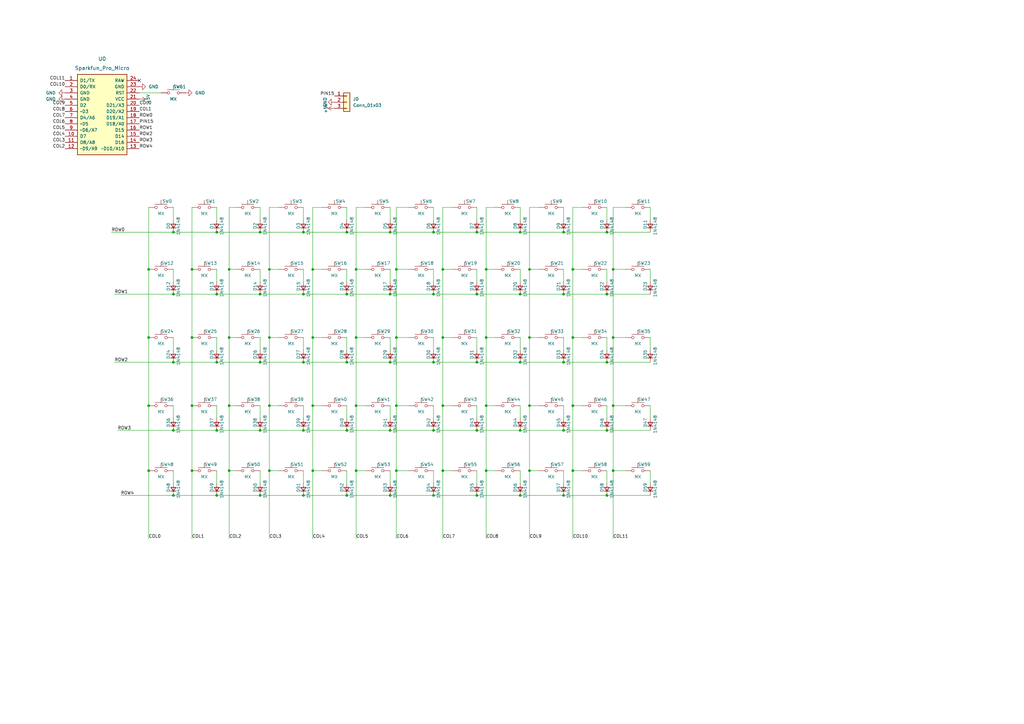
<source format=kicad_sch>
(kicad_sch (version 20230121) (generator eeschema)
  (paper "A3")
  (lib_symbols
    (symbol "Arduino:Sparkfun_Pro_Micro" (pin_names (offset 1.016))
      (property "Reference" "U" (at -8.89 21.59 0))
      (property "Value" "Sparkfun_Pro_Micro" (at 0 19.05 0))
      (symbol "Sparkfun_Pro_Micro_1_1"
        (pin bidirectional line (at -15.24 15.24 0) (length 5.08) (name "D1/TX") (number "1"))
        (pin bidirectional line (at -15.24 -7.62 0) (length 5.08) (name "D7") (number "10"))
        (pin bidirectional line (at -15.24 -10.16 0) (length 5.08) (name "D8/A8") (number "11"))
        (pin bidirectional line (at -15.24 -12.7 0) (length 5.08) (name "~D9/A9") (number "12"))
        (pin bidirectional line (at 15.24 -12.7 180) (length 5.08) (name "~D10/A10") (number "13"))
        (pin bidirectional line (at 15.24 -10.16 180) (length 5.08) (name "D16") (number "14"))
        (pin bidirectional line (at 15.24 -7.62 180) (length 5.08) (name "D14") (number "15"))
        (pin bidirectional line (at 15.24 -5.08 180) (length 5.08) (name "D15") (number "16"))
        (pin bidirectional line (at 15.24 -2.54 180) (length 5.08) (name "D18/A0") (number "17"))
        (pin bidirectional line (at 15.24 0 180) (length 5.08) (name "D19/A1") (number "18"))
        (pin bidirectional line (at 15.24 2.54 180) (length 5.08) (name "D20/A2") (number "19"))
        (pin bidirectional line (at -15.24 12.7 0) (length 5.08) (name "D0/RX") (number "2"))
        (pin bidirectional line (at 15.24 5.08 180) (length 5.08) (name "D21/A3") (number "20"))
        (pin power_in line (at 15.24 7.62 180) (length 5.08) (name "VCC") (number "21"))
        (pin input line (at 15.24 10.16 180) (length 5.08) (name "RST") (number "22"))
        (pin power_in line (at 15.24 12.7 180) (length 5.08) (name "GND") (number "23"))
        (pin power_in line (at 15.24 15.24 180) (length 5.08) (name "RAW") (number "24"))
        (pin power_in line (at -15.24 10.16 0) (length 5.08) (name "GND") (number "3"))
        (pin power_in line (at -15.24 7.62 0) (length 5.08) (name "GND") (number "4"))
        (pin bidirectional line (at -15.24 5.08 0) (length 5.08) (name "D2") (number "5"))
        (pin bidirectional line (at -15.24 2.54 0) (length 5.08) (name "~D3") (number "6"))
        (pin bidirectional line (at -15.24 0 0) (length 5.08) (name "D4/A6") (number "7"))
        (pin bidirectional line (at -15.24 -2.54 0) (length 5.08) (name "~D5") (number "8"))
        (pin bidirectional line (at -15.24 -5.08 0) (length 5.08) (name "~D6/A7") (number "9"))
      )
    )
    (symbol "Connector_Generic:Conn_01x03" (pin_names (offset 1.016) hide)
      (property "Reference" "J" (at 0 5.08 0))
      (property "Value" "Conn_01x03" (at 0 -5.08 0))
      (symbol "Conn_01x03_1_1"
        (pin passive line (at -5.08 2.54 0) (length 3.81) (name "Pin_1") (number "1"))
        (pin passive line (at -5.08 0 0) (length 3.81) (name "Pin_2") (number "2"))
        (pin passive line (at -5.08 -2.54 0) (length 3.81) (name "Pin_3") (number "3"))
      )
    )
    (symbol "Device:D_Small" (pin_numbers hide) (pin_names (offset 0.254) hide)
      (property "Reference" "D" (at -1.27 2.032 0))
      (property "Value" "D_Small" (at -3.81 -2.032 0))
      (symbol "D_Small_1_1"
        (pin passive line (at -2.54 0 0) (length 1.778) (name "K") (number "1"))
        (pin passive line (at 2.54 0 180) (length 1.778) (name "A") (number "2"))
      )
    )
    (symbol "SW_Push_1" (pin_numbers hide) (pin_names (offset 1.016) hide)
      (property "Reference" "SW" (at 1.27 2.54 0))
      (property "Value" "SW_Push_1" (at 0 -1.524 0))
      (symbol "SW_Push_1_0_1"
        (pin passive line (at -5.08 0 0) (length 2.54) (name "1") (number "1"))
        (pin passive line (at 5.08 0 180) (length 2.54) (name "2") (number "2"))
      )
    )
    (symbol "Switch:SW_Push" (pin_numbers hide) (pin_names (offset 1.016) hide)
      (property "Reference" "SW" (at 1.27 2.54 0))
      (property "Value" "SW_Push" (at 0 -1.524 0))
      (symbol "SW_Push_0_1"
        (pin passive line (at -5.08 0 0) (length 2.54) (name "1") (number "1"))
        (pin passive line (at 5.08 0 180) (length 2.54) (name "2") (number "2"))
      )
    )
    (symbol "power:+5V" (power) (pin_names (offset 0))
      (property "Value" "+5V" (at 0 3.556 0))
      (symbol "+5V_1_1"
        (pin power_in line (at 0 0 90) (length 0) hide (name "+5V") (number "1"))
      )
    )
    (symbol "power:GND" (power) (pin_names (offset 0))
      (property "Value" "GND" (at 0 -3.81 0))
      (symbol "GND_1_1"
        (pin power_in line (at 0 0 270) (length 0) hide (name "GND") (number "1"))
      )
    )
  )
  (junction (at 195.58 176.53))
  (junction (at 128.27 166.37))
  (junction (at 88.9 95.25))
  (junction (at 199.39 193.04))
  (junction (at 177.8 148.59))
  (junction (at 128.27 110.49))
  (junction (at 231.14 120.65))
  (junction (at 78.74 110.49))
  (junction (at 217.17 110.49))
  (junction (at 251.46 110.49))
  (junction (at 60.96 110.49))
  (junction (at 234.95 138.43))
  (junction (at 93.98 110.49))
  (junction (at 199.39 166.37))
  (junction (at 177.8 203.2))
  (junction (at 248.92 203.2))
  (junction (at 234.95 193.04))
  (junction (at 142.24 95.25))
  (junction (at 251.46 166.37))
  (junction (at 248.92 95.25))
  (junction (at 142.24 120.65))
  (junction (at 181.61 193.04))
  (junction (at 146.05 193.04))
  (junction (at 60.96 138.43))
  (junction (at 177.8 176.53))
  (junction (at 142.24 148.59))
  (junction (at 60.96 166.37))
  (junction (at 60.96 193.04))
  (junction (at 213.36 203.2))
  (junction (at 231.14 148.59))
  (junction (at 195.58 148.59))
  (junction (at 106.68 95.25))
  (junction (at 231.14 176.53))
  (junction (at 128.27 193.04))
  (junction (at 93.98 166.37))
  (junction (at 162.56 166.37))
  (junction (at 88.9 203.2))
  (junction (at 234.95 166.37))
  (junction (at 128.27 138.43))
  (junction (at 88.9 176.53))
  (junction (at 177.8 120.65))
  (junction (at 124.46 176.53))
  (junction (at 110.49 193.04))
  (junction (at 78.74 193.04))
  (junction (at 248.92 120.65))
  (junction (at 71.12 95.25))
  (junction (at 213.36 120.65))
  (junction (at 248.92 176.53))
  (junction (at 78.74 166.37))
  (junction (at 160.02 95.25))
  (junction (at 181.61 138.43))
  (junction (at 213.36 148.59))
  (junction (at 217.17 193.04))
  (junction (at 124.46 148.59))
  (junction (at 177.8 95.25))
  (junction (at 160.02 148.59))
  (junction (at 71.12 148.59))
  (junction (at 162.56 193.04))
  (junction (at 124.46 95.25))
  (junction (at 199.39 138.43))
  (junction (at 110.49 166.37))
  (junction (at 142.24 176.53))
  (junction (at 106.68 203.2))
  (junction (at 88.9 120.65))
  (junction (at 217.17 166.37))
  (junction (at 217.17 138.43))
  (junction (at 71.12 120.65))
  (junction (at 195.58 95.25))
  (junction (at 124.46 203.2))
  (junction (at 146.05 138.43))
  (junction (at 110.49 110.49))
  (junction (at 195.58 120.65))
  (junction (at 88.9 148.59))
  (junction (at 181.61 166.37))
  (junction (at 106.68 176.53))
  (junction (at 231.14 203.2))
  (junction (at 234.95 110.49))
  (junction (at 251.46 138.43))
  (junction (at 199.39 110.49))
  (junction (at 231.14 95.25))
  (junction (at 142.24 203.2))
  (junction (at 160.02 176.53))
  (junction (at 124.46 120.65))
  (junction (at 213.36 176.53))
  (junction (at 146.05 166.37))
  (junction (at 106.68 120.65))
  (junction (at 93.98 138.43))
  (junction (at 251.46 193.04))
  (junction (at 213.36 95.25))
  (junction (at 160.02 120.65))
  (junction (at 71.12 203.2))
  (junction (at 160.02 203.2))
  (junction (at 195.58 203.2))
  (junction (at 181.61 110.49))
  (junction (at 248.92 148.59))
  (junction (at 93.98 193.04))
  (junction (at 146.05 110.49))
  (junction (at 162.56 110.49))
  (junction (at 78.74 138.43))
  (junction (at 106.68 148.59))
  (junction (at 71.12 176.53))
  (junction (at 162.56 138.43))
  (junction (at 110.49 138.43))
  (no_connect (at 57.15 33.02))
  (wire (pts (xy 217.17 193.04) (xy 217.17 220.98)))
  (wire (pts (xy 88.9 176.53) (xy 106.68 176.53)))
  (wire (pts (xy 195.58 110.49) (xy 195.58 115.57)))
  (wire (pts (xy 248.92 176.53) (xy 266.7 176.53)))
  (wire (pts (xy 195.58 148.59) (xy 213.36 148.59)))
  (wire (pts (xy 49.53 203.2) (xy 71.12 203.2)))
  (wire (pts (xy 234.95 85.09) (xy 238.76 85.09)))
  (wire (pts (xy 57.15 38.1) (xy 66.04 38.1)))
  (wire (pts (xy 110.49 166.37) (xy 110.49 193.04)))
  (wire (pts (xy 93.98 193.04) (xy 93.98 220.98)))
  (wire (pts (xy 128.27 110.49) (xy 128.27 138.43)))
  (wire (pts (xy 124.46 138.43) (xy 124.46 143.51)))
  (wire (pts (xy 146.05 85.09) (xy 146.05 110.49)))
  (wire (pts (xy 177.8 120.65) (xy 195.58 120.65)))
  (wire (pts (xy 162.56 166.37) (xy 162.56 193.04)))
  (wire (pts (xy 106.68 138.43) (xy 106.68 143.51)))
  (wire (pts (xy 93.98 166.37) (xy 93.98 193.04)))
  (wire (pts (xy 251.46 138.43) (xy 251.46 166.37)))
  (wire (pts (xy 106.68 110.49) (xy 106.68 115.57)))
  (wire (pts (xy 231.14 120.65) (xy 248.92 120.65)))
  (wire (pts (xy 217.17 138.43) (xy 217.17 166.37)))
  (wire (pts (xy 88.9 120.65) (xy 106.68 120.65)))
  (wire (pts (xy 217.17 166.37) (xy 217.17 193.04)))
  (wire (pts (xy 128.27 166.37) (xy 132.08 166.37)))
  (wire (pts (xy 234.95 138.43) (xy 238.76 138.43)))
  (wire (pts (xy 199.39 110.49) (xy 203.2 110.49)))
  (wire (pts (xy 234.95 166.37) (xy 234.95 193.04)))
  (wire (pts (xy 71.12 95.25) (xy 88.9 95.25)))
  (wire (pts (xy 142.24 193.04) (xy 142.24 198.12)))
  (wire (pts (xy 46.99 120.65) (xy 71.12 120.65)))
  (wire (pts (xy 160.02 176.53) (xy 177.8 176.53)))
  (wire (pts (xy 93.98 138.43) (xy 93.98 166.37)))
  (wire (pts (xy 213.36 166.37) (xy 213.36 171.45)))
  (wire (pts (xy 213.36 138.43) (xy 213.36 143.51)))
  (wire (pts (xy 60.96 138.43) (xy 60.96 166.37)))
  (wire (pts (xy 195.58 166.37) (xy 195.58 171.45)))
  (wire (pts (xy 106.68 148.59) (xy 124.46 148.59)))
  (wire (pts (xy 251.46 110.49) (xy 256.54 110.49)))
  (wire (pts (xy 231.14 176.53) (xy 248.92 176.53)))
  (wire (pts (xy 248.92 85.09) (xy 248.92 90.17)))
  (wire (pts (xy 251.46 110.49) (xy 251.46 138.43)))
  (wire (pts (xy 199.39 166.37) (xy 203.2 166.37)))
  (wire (pts (xy 181.61 138.43) (xy 185.42 138.43)))
  (wire (pts (xy 142.24 203.2) (xy 160.02 203.2)))
  (wire (pts (xy 248.92 120.65) (xy 266.7 120.65)))
  (wire (pts (xy 124.46 95.25) (xy 142.24 95.25)))
  (wire (pts (xy 213.36 193.04) (xy 213.36 198.12)))
  (wire (pts (xy 146.05 138.43) (xy 146.05 166.37)))
  (wire (pts (xy 110.49 110.49) (xy 110.49 138.43)))
  (wire (pts (xy 213.36 148.59) (xy 231.14 148.59)))
  (wire (pts (xy 88.9 110.49) (xy 88.9 115.57)))
  (wire (pts (xy 60.96 85.09) (xy 60.96 110.49)))
  (wire (pts (xy 124.46 166.37) (xy 124.46 171.45)))
  (wire (pts (xy 181.61 193.04) (xy 185.42 193.04)))
  (wire (pts (xy 160.02 193.04) (xy 160.02 198.12)))
  (wire (pts (xy 142.24 148.59) (xy 160.02 148.59)))
  (wire (pts (xy 248.92 148.59) (xy 266.7 148.59)))
  (wire (pts (xy 181.61 166.37) (xy 181.61 193.04)))
  (wire (pts (xy 106.68 176.53) (xy 124.46 176.53)))
  (wire (pts (xy 78.74 193.04) (xy 78.74 220.98)))
  (wire (pts (xy 46.99 148.59) (xy 71.12 148.59)))
  (wire (pts (xy 234.95 166.37) (xy 238.76 166.37)))
  (wire (pts (xy 213.36 203.2) (xy 231.14 203.2)))
  (wire (pts (xy 128.27 85.09) (xy 128.27 110.49)))
  (wire (pts (xy 146.05 193.04) (xy 149.86 193.04)))
  (wire (pts (xy 248.92 138.43) (xy 248.92 143.51)))
  (wire (pts (xy 142.24 176.53) (xy 160.02 176.53)))
  (wire (pts (xy 213.36 120.65) (xy 231.14 120.65)))
  (wire (pts (xy 110.49 138.43) (xy 110.49 166.37)))
  (wire (pts (xy 124.46 203.2) (xy 142.24 203.2)))
  (wire (pts (xy 181.61 110.49) (xy 181.61 138.43)))
  (wire (pts (xy 146.05 138.43) (xy 149.86 138.43)))
  (wire (pts (xy 71.12 166.37) (xy 71.12 171.45)))
  (wire (pts (xy 213.36 110.49) (xy 213.36 115.57)))
  (wire (pts (xy 78.74 138.43) (xy 78.74 166.37)))
  (wire (pts (xy 266.7 138.43) (xy 266.7 143.51)))
  (wire (pts (xy 124.46 193.04) (xy 124.46 198.12)))
  (wire (pts (xy 217.17 138.43) (xy 220.98 138.43)))
  (wire (pts (xy 177.8 166.37) (xy 177.8 171.45)))
  (wire (pts (xy 266.7 193.04) (xy 266.7 198.12)))
  (wire (pts (xy 162.56 85.09) (xy 167.64 85.09)))
  (wire (pts (xy 128.27 138.43) (xy 132.08 138.43)))
  (wire (pts (xy 195.58 95.25) (xy 213.36 95.25)))
  (wire (pts (xy 248.92 166.37) (xy 248.92 171.45)))
  (wire (pts (xy 106.68 166.37) (xy 106.68 171.45)))
  (wire (pts (xy 142.24 138.43) (xy 142.24 143.51)))
  (wire (pts (xy 195.58 85.09) (xy 195.58 90.17)))
  (wire (pts (xy 234.95 138.43) (xy 234.95 166.37)))
  (wire (pts (xy 128.27 193.04) (xy 132.08 193.04)))
  (wire (pts (xy 199.39 138.43) (xy 199.39 166.37)))
  (wire (pts (xy 162.56 166.37) (xy 167.64 166.37)))
  (wire (pts (xy 142.24 110.49) (xy 142.24 115.57)))
  (wire (pts (xy 146.05 110.49) (xy 146.05 138.43)))
  (wire (pts (xy 88.9 166.37) (xy 88.9 171.45)))
  (wire (pts (xy 88.9 193.04) (xy 88.9 198.12)))
  (wire (pts (xy 177.8 193.04) (xy 177.8 198.12)))
  (wire (pts (xy 177.8 138.43) (xy 177.8 143.51)))
  (wire (pts (xy 71.12 193.04) (xy 71.12 198.12)))
  (wire (pts (xy 124.46 176.53) (xy 142.24 176.53)))
  (wire (pts (xy 231.14 95.25) (xy 248.92 95.25)))
  (wire (pts (xy 60.96 166.37) (xy 60.96 193.04)))
  (wire (pts (xy 160.02 95.25) (xy 177.8 95.25)))
  (wire (pts (xy 248.92 203.2) (xy 266.7 203.2)))
  (wire (pts (xy 106.68 95.25) (xy 124.46 95.25)))
  (wire (pts (xy 60.96 110.49) (xy 60.96 138.43)))
  (wire (pts (xy 217.17 110.49) (xy 220.98 110.49)))
  (wire (pts (xy 195.58 120.65) (xy 213.36 120.65)))
  (wire (pts (xy 251.46 193.04) (xy 256.54 193.04)))
  (wire (pts (xy 266.7 166.37) (xy 266.7 171.45)))
  (wire (pts (xy 181.61 166.37) (xy 185.42 166.37)))
  (wire (pts (xy 124.46 148.59) (xy 142.24 148.59)))
  (wire (pts (xy 110.49 110.49) (xy 114.3 110.49)))
  (wire (pts (xy 110.49 138.43) (xy 114.3 138.43)))
  (wire (pts (xy 217.17 85.09) (xy 217.17 110.49)))
  (wire (pts (xy 195.58 138.43) (xy 195.58 143.51)))
  (wire (pts (xy 231.14 138.43) (xy 231.14 143.51)))
  (wire (pts (xy 146.05 85.09) (xy 149.86 85.09)))
  (wire (pts (xy 78.74 166.37) (xy 78.74 193.04)))
  (wire (pts (xy 217.17 193.04) (xy 220.98 193.04)))
  (wire (pts (xy 78.74 110.49) (xy 78.74 138.43)))
  (wire (pts (xy 234.95 110.49) (xy 234.95 138.43)))
  (wire (pts (xy 248.92 193.04) (xy 248.92 198.12)))
  (wire (pts (xy 71.12 138.43) (xy 71.12 143.51)))
  (wire (pts (xy 71.12 203.2) (xy 88.9 203.2)))
  (wire (pts (xy 231.14 203.2) (xy 248.92 203.2)))
  (wire (pts (xy 181.61 85.09) (xy 185.42 85.09)))
  (wire (pts (xy 162.56 110.49) (xy 162.56 138.43)))
  (wire (pts (xy 110.49 193.04) (xy 110.49 220.98)))
  (wire (pts (xy 160.02 148.59) (xy 177.8 148.59)))
  (wire (pts (xy 106.68 203.2) (xy 124.46 203.2)))
  (wire (pts (xy 160.02 203.2) (xy 177.8 203.2)))
  (wire (pts (xy 195.58 176.53) (xy 213.36 176.53)))
  (wire (pts (xy 177.8 85.09) (xy 177.8 90.17)))
  (wire (pts (xy 217.17 85.09) (xy 220.98 85.09)))
  (wire (pts (xy 71.12 120.65) (xy 88.9 120.65)))
  (wire (pts (xy 234.95 193.04) (xy 238.76 193.04)))
  (wire (pts (xy 88.9 95.25) (xy 106.68 95.25)))
  (wire (pts (xy 234.95 85.09) (xy 234.95 110.49)))
  (wire (pts (xy 88.9 85.09) (xy 88.9 90.17)))
  (wire (pts (xy 128.27 166.37) (xy 128.27 193.04)))
  (wire (pts (xy 88.9 203.2) (xy 106.68 203.2)))
  (wire (pts (xy 110.49 166.37) (xy 114.3 166.37)))
  (wire (pts (xy 106.68 120.65) (xy 124.46 120.65)))
  (wire (pts (xy 78.74 85.09) (xy 78.74 110.49)))
  (wire (pts (xy 199.39 85.09) (xy 199.39 110.49)))
  (wire (pts (xy 93.98 110.49) (xy 93.98 138.43)))
  (wire (pts (xy 234.95 110.49) (xy 238.76 110.49)))
  (wire (pts (xy 124.46 85.09) (xy 124.46 90.17)))
  (wire (pts (xy 106.68 85.09) (xy 106.68 90.17)))
  (wire (pts (xy 181.61 85.09) (xy 181.61 110.49)))
  (wire (pts (xy 195.58 203.2) (xy 213.36 203.2)))
  (wire (pts (xy 162.56 138.43) (xy 167.64 138.43)))
  (wire (pts (xy 106.68 193.04) (xy 106.68 198.12)))
  (wire (pts (xy 177.8 95.25) (xy 195.58 95.25)))
  (wire (pts (xy 110.49 85.09) (xy 110.49 110.49)))
  (wire (pts (xy 231.14 110.49) (xy 231.14 115.57)))
  (wire (pts (xy 195.58 193.04) (xy 195.58 198.12)))
  (wire (pts (xy 160.02 85.09) (xy 160.02 90.17)))
  (wire (pts (xy 231.14 148.59) (xy 248.92 148.59)))
  (wire (pts (xy 231.14 193.04) (xy 231.14 198.12)))
  (wire (pts (xy 93.98 85.09) (xy 96.52 85.09)))
  (wire (pts (xy 93.98 138.43) (xy 96.52 138.43)))
  (wire (pts (xy 160.02 110.49) (xy 160.02 115.57)))
  (wire (pts (xy 71.12 176.53) (xy 88.9 176.53)))
  (wire (pts (xy 48.26 176.53) (xy 71.12 176.53)))
  (wire (pts (xy 217.17 166.37) (xy 220.98 166.37)))
  (wire (pts (xy 251.46 85.09) (xy 256.54 85.09)))
  (wire (pts (xy 88.9 148.59) (xy 106.68 148.59)))
  (wire (pts (xy 128.27 110.49) (xy 132.08 110.49)))
  (wire (pts (xy 146.05 166.37) (xy 149.86 166.37)))
  (wire (pts (xy 71.12 148.59) (xy 88.9 148.59)))
  (wire (pts (xy 251.46 193.04) (xy 251.46 220.98)))
  (wire (pts (xy 110.49 193.04) (xy 114.3 193.04)))
  (wire (pts (xy 213.36 85.09) (xy 213.36 90.17)))
  (wire (pts (xy 266.7 85.09) (xy 266.7 90.17)))
  (wire (pts (xy 142.24 120.65) (xy 160.02 120.65)))
  (wire (pts (xy 181.61 138.43) (xy 181.61 166.37)))
  (wire (pts (xy 124.46 110.49) (xy 124.46 115.57)))
  (wire (pts (xy 146.05 110.49) (xy 149.86 110.49)))
  (wire (pts (xy 213.36 176.53) (xy 231.14 176.53)))
  (wire (pts (xy 146.05 166.37) (xy 146.05 193.04)))
  (wire (pts (xy 266.7 110.49) (xy 266.7 115.57)))
  (wire (pts (xy 231.14 166.37) (xy 231.14 171.45)))
  (wire (pts (xy 213.36 95.25) (xy 231.14 95.25)))
  (wire (pts (xy 146.05 193.04) (xy 146.05 220.98)))
  (wire (pts (xy 142.24 95.25) (xy 160.02 95.25)))
  (wire (pts (xy 199.39 110.49) (xy 199.39 138.43)))
  (wire (pts (xy 181.61 193.04) (xy 181.61 220.98)))
  (wire (pts (xy 110.49 85.09) (xy 114.3 85.09)))
  (wire (pts (xy 45.72 95.25) (xy 71.12 95.25)))
  (wire (pts (xy 199.39 85.09) (xy 203.2 85.09)))
  (wire (pts (xy 199.39 138.43) (xy 203.2 138.43)))
  (wire (pts (xy 248.92 95.25) (xy 266.7 95.25)))
  (wire (pts (xy 231.14 85.09) (xy 231.14 90.17)))
  (wire (pts (xy 199.39 166.37) (xy 199.39 193.04)))
  (wire (pts (xy 128.27 85.09) (xy 132.08 85.09)))
  (wire (pts (xy 160.02 138.43) (xy 160.02 143.51)))
  (wire (pts (xy 248.92 110.49) (xy 248.92 115.57)))
  (wire (pts (xy 234.95 193.04) (xy 234.95 220.98)))
  (wire (pts (xy 71.12 110.49) (xy 71.12 115.57)))
  (wire (pts (xy 177.8 148.59) (xy 195.58 148.59)))
  (wire (pts (xy 199.39 193.04) (xy 203.2 193.04)))
  (wire (pts (xy 251.46 85.09) (xy 251.46 110.49)))
  (wire (pts (xy 128.27 193.04) (xy 128.27 220.98)))
  (wire (pts (xy 160.02 166.37) (xy 160.02 171.45)))
  (wire (pts (xy 93.98 166.37) (xy 96.52 166.37)))
  (wire (pts (xy 199.39 193.04) (xy 199.39 220.98)))
  (wire (pts (xy 128.27 138.43) (xy 128.27 166.37)))
  (wire (pts (xy 162.56 85.09) (xy 162.56 110.49)))
  (wire (pts (xy 93.98 85.09) (xy 93.98 110.49)))
  (wire (pts (xy 124.46 120.65) (xy 142.24 120.65)))
  (wire (pts (xy 142.24 166.37) (xy 142.24 171.45)))
  (wire (pts (xy 251.46 166.37) (xy 256.54 166.37)))
  (wire (pts (xy 60.96 193.04) (xy 60.96 220.98)))
  (wire (pts (xy 88.9 138.43) (xy 88.9 143.51)))
  (wire (pts (xy 177.8 176.53) (xy 195.58 176.53)))
  (wire (pts (xy 71.12 85.09) (xy 71.12 90.17)))
  (wire (pts (xy 181.61 110.49) (xy 185.42 110.49)))
  (wire (pts (xy 251.46 166.37) (xy 251.46 193.04)))
  (wire (pts (xy 217.17 110.49) (xy 217.17 138.43)))
  (wire (pts (xy 162.56 193.04) (xy 167.64 193.04)))
  (wire (pts (xy 177.8 110.49) (xy 177.8 115.57)))
  (wire (pts (xy 162.56 110.49) (xy 167.64 110.49)))
  (wire (pts (xy 162.56 138.43) (xy 162.56 166.37)))
  (wire (pts (xy 162.56 193.04) (xy 162.56 220.98)))
  (wire (pts (xy 93.98 193.04) (xy 96.52 193.04)))
  (wire (pts (xy 177.8 203.2) (xy 195.58 203.2)))
  (wire (pts (xy 160.02 120.65) (xy 177.8 120.65)))
  (wire (pts (xy 142.24 85.09) (xy 142.24 90.17)))
  (wire (pts (xy 93.98 110.49) (xy 96.52 110.49)))
  (wire (pts (xy 251.46 138.43) (xy 256.54 138.43)))
  (label "COL7" (at 26.67 48.26 180))
  (label "COL5" (at 146.05 220.98 0))
  (label "ROW3" (at 57.15 58.42 0))
  (label "COL0" (at 57.15 43.18 0))
  (label "ROW0" (at 57.15 48.26 0))
  (label "COL3" (at 110.49 220.98 0))
  (label "ROW2" (at 57.15 55.88 0))
  (label "COL5" (at 26.67 53.34 180))
  (label "COL11" (at 26.67 33.02 180))
  (label "COL11" (at 251.46 220.98 0))
  (label "COL6" (at 26.67 50.8 180))
  (label "COL3" (at 26.67 58.42 180))
  (label "COL9" (at 26.67 43.18 180))
  (label "ROW1" (at 57.15 53.34 0))
  (label "PIN15" (at 137.16 39.37 180))
  (label "ROW3" (at 48.26 176.53 0))
  (label "COL8" (at 199.39 220.98 0))
  (label "COL4" (at 128.27 220.98 0))
  (label "ROW4" (at 57.15 60.96 0))
  (label "COL2" (at 26.67 60.96 180))
  (label "COL10" (at 234.95 220.98 0))
  (label "COL10" (at 26.67 35.56 180))
  (label "ROW2" (at 46.99 148.59 0))
  (label "ROW4" (at 49.53 203.2 0))
  (label "COL6" (at 162.56 220.98 0))
  (label "ROW1" (at 46.99 120.65 0))
  (label "COL0" (at 60.96 220.98 0))
  (label "COL9" (at 217.17 220.98 0))
  (label "COL1" (at 78.74 220.98 0))
  (label "COL7" (at 181.61 220.98 0))
  (label "COL4" (at 26.67 55.88 180))
  (label "ROW0" (at 45.72 95.25 0))
  (label "COL2" (at 93.98 220.98 0))
  (label "COL1" (at 57.15 45.72 0))
  (label "PIN15" (at 57.15 50.8 0))
  (label "COL8" (at 26.67 45.72 180))
  (symbol (lib_id "Device:D_Small") (at 71.12 200.66 90) (unit 1)
    (property "Reference" "D48" (at 69.088 201.93 0) (effects (justify left)))
    (property "Value" "1N4148" (at 73.152 204.47 0) (effects (justify left)))
    (property "Footprint" "Diode_THT:D_DO-35_SOD27_P7.62mm_Horizontal" (effects hide))
  )
  (symbol (lib_id "Device:D_Small") (at 195.58 92.71 90) (unit 1)
    (property "Reference" "D7" (at 193.548 93.98 0) (effects (justify left)))
    (property "Value" "1N4148" (at 197.612 96.52 0) (effects (justify left)))
    (property "Footprint" "Diode_THT:D_DO-35_SOD27_P7.62mm_Horizontal" (effects hide))
  )
  (symbol (lib_id "Switch:SW_Push") (at 172.72 166.37 0) (unit 1)
    (property "Reference" "SW42" (at 175.26 163.83 0))
    (property "Value" "MX" (at 172.72 168.91 0))
    (property "Footprint" "MX_Alps_Hybrid:MX-1U-NoLED" (effects hide))
  )
  (symbol (lib_id "Device:D_Small") (at 71.12 92.71 90) (unit 1)
    (property "Reference" "D0" (at 69.088 93.98 0) (effects (justify left)))
    (property "Value" "1N4148" (at 73.152 96.52 0) (effects (justify left)))
    (property "Footprint" "Diode_THT:D_DO-35_SOD27_P7.62mm_Horizontal" (effects hide))
  )
  (symbol (lib_id "Device:D_Small") (at 231.14 118.11 90) (unit 1)
    (property "Reference" "D21" (at 229.108 119.38 0) (effects (justify left)))
    (property "Value" "1N4148" (at 233.172 121.92 0) (effects (justify left)))
    (property "Footprint" "Diode_THT:D_DO-35_SOD27_P7.62mm_Horizontal" (effects hide))
  )
  (symbol (lib_id "Switch:SW_Push") (at 243.84 110.49 0) (unit 1)
    (property "Reference" "SW22" (at 246.38 107.95 0))
    (property "Value" "MX" (at 243.84 113.03 0))
    (property "Footprint" "MX_Alps_Hybrid:MX-1U-NoLED" (effects hide))
  )
  (symbol (lib_id "Device:D_Small") (at 248.92 173.99 90) (unit 1)
    (property "Reference" "D46" (at 246.888 175.26 0) (effects (justify left)))
    (property "Value" "1N4148" (at 250.952 177.8 0) (effects (justify left)))
    (property "Footprint" "Diode_THT:D_DO-35_SOD27_P7.62mm_Horizontal" (effects hide))
  )
  (symbol (lib_id "Switch:SW_Push") (at 190.5 193.04 0) (unit 1)
    (property "Reference" "SW55" (at 193.04 190.5 0))
    (property "Value" "MX" (at 190.5 195.58 0))
    (property "Footprint" "MX_Alps_Hybrid:MX-1U-NoLED" (effects hide))
  )
  (symbol (lib_id "Switch:SW_Push") (at 154.94 85.09 0) (unit 1)
    (property "Reference" "SW5" (at 157.48 82.55 0))
    (property "Value" "MX" (at 154.94 87.63 0))
    (property "Footprint" "MX_Alps_Hybrid:MX-1U-NoLED" (effects hide))
  )
  (symbol (lib_id "Device:D_Small") (at 106.68 200.66 90) (unit 1)
    (property "Reference" "D50" (at 104.648 201.93 0) (effects (justify left)))
    (property "Value" "1N4148" (at 108.712 204.47 0) (effects (justify left)))
    (property "Footprint" "Diode_THT:D_DO-35_SOD27_P7.62mm_Horizontal" (effects hide))
  )
  (symbol (lib_id "Switch:SW_Push") (at 172.72 193.04 0) (unit 1)
    (property "Reference" "SW54" (at 175.26 190.5 0))
    (property "Value" "MX" (at 172.72 195.58 0))
    (property "Footprint" "MX_Alps_Hybrid:MX-1U-NoLED" (effects hide))
  )
  (symbol (lib_id "Switch:SW_Push") (at 208.28 138.43 0) (unit 1)
    (property "Reference" "SW32" (at 210.82 135.89 0))
    (property "Value" "MX" (at 208.28 140.97 0))
    (property "Footprint" "MX_Alps_Hybrid:MX-1U-NoLED" (effects hide))
  )
  (symbol (lib_id "Switch:SW_Push") (at 261.62 193.04 0) (unit 1)
    (property "Reference" "SW59" (at 264.16 190.5 0))
    (property "Value" "MX" (at 261.62 195.58 0))
    (property "Footprint" "MX_Alps_Hybrid:MX-1U-NoLED" (effects hide))
  )
  (symbol (lib_id "Device:D_Small") (at 177.8 173.99 90) (unit 1)
    (property "Reference" "D42" (at 175.768 175.26 0) (effects (justify left)))
    (property "Value" "1N4148" (at 179.832 177.8 0) (effects (justify left)))
    (property "Footprint" "Diode_THT:D_DO-35_SOD27_P7.62mm_Horizontal" (effects hide))
  )
  (symbol (lib_id "power:GND") (at 57.15 35.56 90) (unit 1)
    (property "Reference" "#PWR0103" (effects hide))
    (property "Value" "GND" (at 60.96 35.5599 90) (effects (justify right)))
  )
  (symbol (lib_id "Device:D_Small") (at 248.92 200.66 90) (unit 1)
    (property "Reference" "D58" (at 246.888 201.93 0) (effects (justify left)))
    (property "Value" "1N4148" (at 250.952 204.47 0) (effects (justify left)))
    (property "Footprint" "Diode_THT:D_DO-35_SOD27_P7.62mm_Horizontal" (effects hide))
  )
  (symbol (lib_id "Device:D_Small") (at 124.46 118.11 90) (unit 1)
    (property "Reference" "D15" (at 122.428 119.38 0) (effects (justify left)))
    (property "Value" "1N4148" (at 126.492 121.92 0) (effects (justify left)))
    (property "Footprint" "Diode_THT:D_DO-35_SOD27_P7.62mm_Horizontal" (effects hide))
  )
  (symbol (lib_id "Switch:SW_Push") (at 66.04 110.49 0) (unit 1)
    (property "Reference" "SW12" (at 68.58 107.95 0))
    (property "Value" "MX" (at 66.04 113.03 0))
    (property "Footprint" "MX_Alps_Hybrid:MX-1U-NoLED" (effects hide))
  )
  (symbol (lib_id "Device:D_Small") (at 142.24 118.11 90) (unit 1)
    (property "Reference" "D16" (at 140.208 119.38 0) (effects (justify left)))
    (property "Value" "1N4148" (at 144.272 121.92 0) (effects (justify left)))
    (property "Footprint" "Diode_THT:D_DO-35_SOD27_P7.62mm_Horizontal" (effects hide))
  )
  (symbol (lib_id "Device:D_Small") (at 266.7 146.05 90) (unit 1)
    (property "Reference" "D35" (at 264.668 147.32 0) (effects (justify left)))
    (property "Value" "1N4148" (at 268.732 149.86 0) (effects (justify left)))
    (property "Footprint" "Diode_THT:D_DO-35_SOD27_P7.62mm_Horizontal" (effects hide))
  )
  (symbol (lib_id "Switch:SW_Push") (at 83.82 85.09 0) (unit 1)
    (property "Reference" "SW1" (at 86.36 82.55 0))
    (property "Value" "MX" (at 83.82 87.63 0))
    (property "Footprint" "MX_Alps_Hybrid:MX-1U-NoLED" (effects hide))
  )
  (symbol (lib_id "power:GND") (at 26.67 40.64 270) (unit 1)
    (property "Reference" "#PWR0101" (effects hide))
    (property "Value" "GND" (at 22.86 40.6399 90) (effects (justify right)))
  )
  (symbol (lib_id "Device:D_Small") (at 88.9 200.66 90) (unit 1)
    (property "Reference" "D49" (at 86.868 201.93 0) (effects (justify left)))
    (property "Value" "1N4148" (at 90.932 204.47 0) (effects (justify left)))
    (property "Footprint" "Diode_THT:D_DO-35_SOD27_P7.62mm_Horizontal" (effects hide))
  )
  (symbol (lib_id "Switch:SW_Push") (at 83.82 138.43 0) (unit 1)
    (property "Reference" "SW25" (at 86.36 135.89 0))
    (property "Value" "MX" (at 83.82 140.97 0))
    (property "Footprint" "MX_Alps_Hybrid:MX-1U-NoLED" (effects hide))
  )
  (symbol (lib_id "Switch:SW_Push") (at 154.94 138.43 0) (unit 1)
    (property "Reference" "SW29" (at 157.48 135.89 0))
    (property "Value" "MX" (at 154.94 140.97 0))
    (property "Footprint" "MX_Alps_Hybrid:MX-1U-NoLED" (effects hide))
  )
  (symbol (lib_id "Device:D_Small") (at 142.24 173.99 90) (unit 1)
    (property "Reference" "D40" (at 140.208 175.26 0) (effects (justify left)))
    (property "Value" "1N4148" (at 144.272 177.8 0) (effects (justify left)))
    (property "Footprint" "Diode_THT:D_DO-35_SOD27_P7.62mm_Horizontal" (effects hide))
  )
  (symbol (lib_id "Switch:SW_Push") (at 172.72 138.43 0) (unit 1)
    (property "Reference" "SW30" (at 175.26 135.89 0))
    (property "Value" "MX" (at 172.72 140.97 0))
    (property "Footprint" "MX_Alps_Hybrid:MX-1U-NoLED" (effects hide))
  )
  (symbol (lib_id "Switch:SW_Push") (at 208.28 193.04 0) (unit 1)
    (property "Reference" "SW56" (at 210.82 190.5 0))
    (property "Value" "MX" (at 208.28 195.58 0))
    (property "Footprint" "MX_Alps_Hybrid:MX-1U-NoLED" (effects hide))
  )
  (symbol (lib_id "Device:D_Small") (at 195.58 173.99 90) (unit 1)
    (property "Reference" "D43" (at 193.548 175.26 0) (effects (justify left)))
    (property "Value" "1N4148" (at 197.612 177.8 0) (effects (justify left)))
    (property "Footprint" "Diode_THT:D_DO-35_SOD27_P7.62mm_Horizontal" (effects hide))
  )
  (symbol (lib_id "Device:D_Small") (at 213.36 146.05 90) (unit 1)
    (property "Reference" "D32" (at 211.328 147.32 0) (effects (justify left)))
    (property "Value" "1N4148" (at 215.392 149.86 0) (effects (justify left)))
    (property "Footprint" "Diode_THT:D_DO-35_SOD27_P7.62mm_Horizontal" (effects hide))
  )
  (symbol (lib_id "Device:D_Small") (at 88.9 118.11 90) (unit 1)
    (property "Reference" "D13" (at 86.868 119.38 0) (effects (justify left)))
    (property "Value" "1N4148" (at 90.932 121.92 0) (effects (justify left)))
    (property "Footprint" "Diode_THT:D_DO-35_SOD27_P7.62mm_Horizontal" (effects hide))
  )
  (symbol (lib_id "Device:D_Small") (at 71.12 173.99 90) (unit 1)
    (property "Reference" "D36" (at 69.088 175.26 0) (effects (justify left)))
    (property "Value" "1N4148" (at 73.152 177.8 0) (effects (justify left)))
    (property "Footprint" "Diode_THT:D_DO-35_SOD27_P7.62mm_Horizontal" (effects hide))
  )
  (symbol (lib_id "Connector_Generic:Conn_01x03") (at 142.24 41.91 0) (unit 1)
    (property "Reference" "J0" (at 144.78 40.6399 0) (effects (justify left)))
    (property "Value" "Conn_01x03" (at 144.78 43.1799 0) (effects (justify left)))
    (property "Footprint" "Connector_PinHeader_2.54mm:PinHeader_1x03_P2.54mm_Vertical" (effects hide))
  )
  (symbol (lib_id "Switch:SW_Push") (at 66.04 166.37 0) (unit 1)
    (property "Reference" "SW36" (at 68.58 163.83 0))
    (property "Value" "MX" (at 66.04 168.91 0))
    (property "Footprint" "MX_Alps_Hybrid:MX-1U-NoLED" (effects hide))
  )
  (symbol (lib_id "Switch:SW_Push") (at 83.82 110.49 0) (unit 1)
    (property "Reference" "SW13" (at 86.36 107.95 0))
    (property "Value" "MX" (at 83.82 113.03 0))
    (property "Footprint" "MX_Alps_Hybrid:MX-1U-NoLED" (effects hide))
  )
  (symbol (lib_id "Device:D_Small") (at 177.8 146.05 90) (unit 1)
    (property "Reference" "D30" (at 175.768 147.32 0) (effects (justify left)))
    (property "Value" "1N4148" (at 179.832 149.86 0) (effects (justify left)))
    (property "Footprint" "Diode_THT:D_DO-35_SOD27_P7.62mm_Horizontal" (effects hide))
  )
  (symbol (lib_id "Device:D_Small") (at 106.68 173.99 90) (unit 1)
    (property "Reference" "D38" (at 104.648 175.26 0) (effects (justify left)))
    (property "Value" "1N4148" (at 108.712 177.8 0) (effects (justify left)))
    (property "Footprint" "Diode_THT:D_DO-35_SOD27_P7.62mm_Horizontal" (effects hide))
  )
  (symbol (lib_id "power:+5V") (at 137.16 44.45 90) (unit 1)
    (property "Reference" "#PWR03" (effects hide))
    (property "Value" "+5V" (at 133.604 44.45 0))
  )
  (symbol (lib_id "Device:D_Small") (at 177.8 118.11 90) (unit 1)
    (property "Reference" "D18" (at 175.768 119.38 0) (effects (justify left)))
    (property "Value" "1N4148" (at 179.832 121.92 0) (effects (justify left)))
    (property "Footprint" "Diode_THT:D_DO-35_SOD27_P7.62mm_Horizontal" (effects hide))
  )
  (symbol (lib_id "Device:D_Small") (at 266.7 118.11 90) (unit 1)
    (property "Reference" "D23" (at 264.668 119.38 0) (effects (justify left)))
    (property "Value" "1N4148" (at 268.732 121.92 0) (effects (justify left)))
    (property "Footprint" "Diode_THT:D_DO-35_SOD27_P7.62mm_Horizontal" (effects hide))
  )
  (symbol (lib_id "Device:D_Small") (at 106.68 92.71 90) (unit 1)
    (property "Reference" "D2" (at 104.648 93.98 0) (effects (justify left)))
    (property "Value" "1N4148" (at 108.712 96.52 0) (effects (justify left)))
    (property "Footprint" "Diode_THT:D_DO-35_SOD27_P7.62mm_Horizontal" (effects hide))
  )
  (symbol (lib_id "Switch:SW_Push") (at 243.84 193.04 0) (unit 1)
    (property "Reference" "SW58" (at 246.38 190.5 0))
    (property "Value" "MX" (at 243.84 195.58 0))
    (property "Footprint" "MX_Alps_Hybrid:MX-1U-NoLED" (effects hide))
  )
  (symbol (lib_id "Switch:SW_Push") (at 190.5 85.09 0) (unit 1)
    (property "Reference" "SW7" (at 193.04 82.55 0))
    (property "Value" "MX" (at 190.5 87.63 0))
    (property "Footprint" "MX_Alps_Hybrid:MX-1U-NoLED" (effects hide))
  )
  (symbol (lib_id "Device:D_Small") (at 231.14 200.66 90) (unit 1)
    (property "Reference" "D57" (at 229.108 201.93 0) (effects (justify left)))
    (property "Value" "1N4148" (at 233.172 204.47 0) (effects (justify left)))
    (property "Footprint" "Diode_THT:D_DO-35_SOD27_P7.62mm_Horizontal" (effects hide))
  )
  (symbol (lib_id "Switch:SW_Push") (at 119.38 138.43 0) (unit 1)
    (property "Reference" "SW27" (at 121.92 135.89 0))
    (property "Value" "MX" (at 119.38 140.97 0))
    (property "Footprint" "MX_Alps_Hybrid:MX-1U-NoLED" (effects hide))
  )
  (symbol (lib_id "Switch:SW_Push") (at 137.16 85.09 0) (unit 1)
    (property "Reference" "SW4" (at 139.7 82.55 0))
    (property "Value" "MX" (at 137.16 87.63 0))
    (property "Footprint" "MX_Alps_Hybrid:MX-1U-NoLED" (effects hide))
  )
  (symbol (lib_id "Switch:SW_Push") (at 101.6 193.04 0) (unit 1)
    (property "Reference" "SW50" (at 104.14 190.5 0))
    (property "Value" "MX" (at 101.6 195.58 0))
    (property "Footprint" "MX_Alps_Hybrid:MX-1U-NoLED" (effects hide))
  )
  (symbol (lib_id "Device:D_Small") (at 177.8 92.71 90) (unit 1)
    (property "Reference" "D6" (at 175.768 93.98 0) (effects (justify left)))
    (property "Value" "1N4148" (at 179.832 96.52 0) (effects (justify left)))
    (property "Footprint" "Diode_THT:D_DO-35_SOD27_P7.62mm_Horizontal" (effects hide))
  )
  (symbol (lib_id "Switch:SW_Push") (at 208.28 110.49 0) (unit 1)
    (property "Reference" "SW20" (at 210.82 107.95 0))
    (property "Value" "MX" (at 208.28 113.03 0))
    (property "Footprint" "MX_Alps_Hybrid:MX-1U-NoLED" (effects hide))
  )
  (symbol (lib_id "Device:D_Small") (at 88.9 92.71 90) (unit 1)
    (property "Reference" "D1" (at 86.868 93.98 0) (effects (justify left)))
    (property "Value" "1N4148" (at 90.932 96.52 0) (effects (justify left)))
    (property "Footprint" "Diode_THT:D_DO-35_SOD27_P7.62mm_Horizontal" (effects hide))
  )
  (symbol (lib_id "Switch:SW_Push") (at 226.06 138.43 0) (unit 1)
    (property "Reference" "SW33" (at 228.6 135.89 0))
    (property "Value" "MX" (at 226.06 140.97 0))
    (property "Footprint" "MX_Alps_Hybrid:MX-1U-NoLED" (effects hide))
  )
  (symbol (lib_id "Device:D_Small") (at 213.36 200.66 90) (unit 1)
    (property "Reference" "D56" (at 211.328 201.93 0) (effects (justify left)))
    (property "Value" "1N4148" (at 215.392 204.47 0) (effects (justify left)))
    (property "Footprint" "Diode_THT:D_DO-35_SOD27_P7.62mm_Horizontal" (effects hide))
  )
  (symbol (lib_id "Device:D_Small") (at 124.46 92.71 90) (unit 1)
    (property "Reference" "D3" (at 122.428 93.98 0) (effects (justify left)))
    (property "Value" "1N4148" (at 126.492 96.52 0) (effects (justify left)))
    (property "Footprint" "Diode_THT:D_DO-35_SOD27_P7.62mm_Horizontal" (effects hide))
  )
  (symbol (lib_id "Device:D_Small") (at 71.12 146.05 90) (unit 1)
    (property "Reference" "D24" (at 69.088 147.32 0) (effects (justify left)))
    (property "Value" "1N4148" (at 73.152 149.86 0) (effects (justify left)))
    (property "Footprint" "Diode_THT:D_DO-35_SOD27_P7.62mm_Horizontal" (effects hide))
  )
  (symbol (lib_id "Switch:SW_Push") (at 226.06 85.09 0) (unit 1)
    (property "Reference" "SW9" (at 228.6 82.55 0))
    (property "Value" "MX" (at 226.06 87.63 0))
    (property "Footprint" "MX_Alps_Hybrid:MX-1U-NoLED" (effects hide))
  )
  (symbol (lib_id "Device:D_Small") (at 106.68 146.05 90) (unit 1)
    (property "Reference" "D26" (at 104.648 147.32 0) (effects (justify left)))
    (property "Value" "1N4148" (at 108.712 149.86 0) (effects (justify left)))
    (property "Footprint" "Diode_THT:D_DO-35_SOD27_P7.62mm_Horizontal" (effects hide))
  )
  (symbol (lib_id "Switch:SW_Push") (at 261.62 110.49 0) (unit 1)
    (property "Reference" "SW23" (at 264.16 107.95 0))
    (property "Value" "MX" (at 261.62 113.03 0))
    (property "Footprint" "MX_Alps_Hybrid:MX-1U-NoLED" (effects hide))
  )
  (symbol (lib_id "power:GND") (at 137.16 41.91 270) (unit 1)
    (property "Reference" "#PWR01" (effects hide))
    (property "Value" "GND" (at 133.35 41.91 0))
  )
  (symbol (lib_id "Switch:SW_Push") (at 226.06 193.04 0) (unit 1)
    (property "Reference" "SW57" (at 228.6 190.5 0))
    (property "Value" "MX" (at 226.06 195.58 0))
    (property "Footprint" "MX_Alps_Hybrid:MX-1U-NoLED" (effects hide))
  )
  (symbol (lib_id "Arduino:Sparkfun_Pro_Micro") (at 41.91 48.26 0) (unit 1)
    (property "Reference" "U0" (at 41.91 24.13 0) (effects (font (size 1.524 1.524))))
    (property "Value" "Sparkfun_Pro_Micro" (at 41.91 27.94 0) (effects (font (size 1.524 1.524))))
    (property "Footprint" "Keebio-Parts:ArduinoProMicro" (effects hide))
    (property "Datasheet" "https://www.sparkfun.com/products/12640" (effects hide))
  )
  (symbol (lib_id "Switch:SW_Push") (at 226.06 110.49 0) (unit 1)
    (property "Reference" "SW21" (at 228.6 107.95 0))
    (property "Value" "MX" (at 226.06 113.03 0))
    (property "Footprint" "MX_Alps_Hybrid:MX-1U-NoLED" (effects hide))
  )
  (symbol (lib_id "Switch:SW_Push") (at 101.6 138.43 0) (unit 1)
    (property "Reference" "SW26" (at 104.14 135.89 0))
    (property "Value" "MX" (at 101.6 140.97 0))
    (property "Footprint" "MX_Alps_Hybrid:MX-1U-NoLED" (effects hide))
  )
  (symbol (lib_id "Switch:SW_Push") (at 154.94 193.04 0) (unit 1)
    (property "Reference" "SW53" (at 157.48 190.5 0))
    (property "Value" "MX" (at 154.94 195.58 0))
    (property "Footprint" "MX_Alps_Hybrid:MX-1U-NoLED" (effects hide))
  )
  (symbol (lib_id "Switch:SW_Push") (at 243.84 85.09 0) (unit 1)
    (property "Reference" "SW10" (at 246.38 82.55 0))
    (property "Value" "MX" (at 243.84 87.63 0))
    (property "Footprint" "MX_Alps_Hybrid:MX-1U-NoLED" (effects hide))
  )
  (symbol (lib_id "Switch:SW_Push") (at 71.12 38.1 0) (unit 1)
    (property "Reference" "SW61" (at 73.66 35.56 0))
    (property "Value" "MX" (at 71.12 40.64 0))
    (property "Footprint" "Molex-0548190589:PushButton_6x6mm_TH_Pretty" (effects hide))
  )
  (symbol (lib_id "Device:D_Small") (at 124.46 146.05 90) (unit 1)
    (property "Reference" "D27" (at 122.428 147.32 0) (effects (justify left)))
    (property "Value" "1N4148" (at 126.492 149.86 0) (effects (justify left)))
    (property "Footprint" "Diode_THT:D_DO-35_SOD27_P7.62mm_Horizontal" (effects hide))
  )
  (symbol (lib_id "Device:D_Small") (at 248.92 146.05 90) (unit 1)
    (property "Reference" "D34" (at 246.888 147.32 0) (effects (justify left)))
    (property "Value" "1N4148" (at 250.952 149.86 0) (effects (justify left)))
    (property "Footprint" "Diode_THT:D_DO-35_SOD27_P7.62mm_Horizontal" (effects hide))
  )
  (symbol (lib_id "Switch:SW_Push") (at 243.84 138.43 0) (unit 1)
    (property "Reference" "SW34" (at 246.38 135.89 0))
    (property "Value" "MX" (at 243.84 140.97 0))
    (property "Footprint" "MX_Alps_Hybrid:MX-1U-NoLED" (effects hide))
  )
  (symbol (lib_id "Device:D_Small") (at 231.14 173.99 90) (unit 1)
    (property "Reference" "D45" (at 229.108 175.26 0) (effects (justify left)))
    (property "Value" "1N4148" (at 233.172 177.8 0) (effects (justify left)))
    (property "Footprint" "Diode_THT:D_DO-35_SOD27_P7.62mm_Horizontal" (effects hide))
  )
  (symbol (lib_id "Switch:SW_Push") (at 83.82 166.37 0) (unit 1)
    (property "Reference" "SW37" (at 86.36 163.83 0))
    (property "Value" "MX" (at 83.82 168.91 0))
    (property "Footprint" "MX_Alps_Hybrid:MX-1U-NoLED" (effects hide))
  )
  (symbol (lib_id "Switch:SW_Push") (at 119.38 85.09 0) (unit 1)
    (property "Reference" "SW3" (at 121.92 82.55 0))
    (property "Value" "MX" (at 119.38 87.63 0))
    (property "Footprint" "MX_Alps_Hybrid:MX-1U-NoLED" (effects hide))
  )
  (symbol (lib_id "Switch:SW_Push") (at 172.72 85.09 0) (unit 1)
    (property "Reference" "SW6" (at 175.26 82.55 0))
    (property "Value" "MX" (at 172.72 87.63 0))
    (property "Footprint" "MX_Alps_Hybrid:MX-1U-NoLED" (effects hide))
  )
  (symbol (lib_id "Switch:SW_Push") (at 119.38 110.49 0) (unit 1)
    (property "Reference" "SW15" (at 121.92 107.95 0))
    (property "Value" "MX" (at 119.38 113.03 0))
    (property "Footprint" "MX_Alps_Hybrid:MX-1U-NoLED" (effects hide))
  )
  (symbol (lib_id "Switch:SW_Push") (at 137.16 166.37 0) (unit 1)
    (property "Reference" "SW40" (at 139.7 163.83 0))
    (property "Value" "MX" (at 137.16 168.91 0))
    (property "Footprint" "MX_Alps_Hybrid:MX-1U-NoLED" (effects hide))
  )
  (symbol (lib_id "Switch:SW_Push") (at 101.6 166.37 0) (unit 1)
    (property "Reference" "SW38" (at 104.14 163.83 0))
    (property "Value" "MX" (at 101.6 168.91 0))
    (property "Footprint" "MX_Alps_Hybrid:MX-1U-NoLED" (effects hide))
  )
  (symbol (lib_id "Device:D_Small") (at 195.58 118.11 90) (unit 1)
    (property "Reference" "D19" (at 193.548 119.38 0) (effects (justify left)))
    (property "Value" "1N4148" (at 197.612 121.92 0) (effects (justify left)))
    (property "Footprint" "Diode_THT:D_DO-35_SOD27_P7.62mm_Horizontal" (effects hide))
  )
  (symbol (lib_id "Switch:SW_Push") (at 226.06 166.37 0) (unit 1)
    (property "Reference" "SW45" (at 228.6 163.83 0))
    (property "Value" "MX" (at 226.06 168.91 0))
    (property "Footprint" "MX_Alps_Hybrid:MX-1U-NoLED" (effects hide))
  )
  (symbol (lib_id "Device:D_Small") (at 248.92 118.11 90) (unit 1)
    (property "Reference" "D22" (at 246.888 119.38 0) (effects (justify left)))
    (property "Value" "1N4148" (at 250.952 121.92 0) (effects (justify left)))
    (property "Footprint" "Diode_THT:D_DO-35_SOD27_P7.62mm_Horizontal" (effects hide))
  )
  (symbol (lib_id "power:GND") (at 26.67 38.1 270) (unit 1)
    (property "Reference" "#PWR0102" (effects hide))
    (property "Value" "GND" (at 22.86 38.0999 90) (effects (justify right)))
  )
  (symbol (lib_id "Device:D_Small") (at 177.8 200.66 90) (unit 1)
    (property "Reference" "D54" (at 175.768 201.93 0) (effects (justify left)))
    (property "Value" "1N4148" (at 179.832 204.47 0) (effects (justify left)))
    (property "Footprint" "Diode_THT:D_DO-35_SOD27_P7.62mm_Horizontal" (effects hide))
  )
  (symbol (lib_id "Device:D_Small") (at 106.68 118.11 90) (unit 1)
    (property "Reference" "D14" (at 104.648 119.38 0) (effects (justify left)))
    (property "Value" "1N4148" (at 108.712 121.92 0) (effects (justify left)))
    (property "Footprint" "Diode_THT:D_DO-35_SOD27_P7.62mm_Horizontal" (effects hide))
  )
  (symbol (lib_name "SW_Push_1") (lib_id "Switch:SW_Push") (at 66.04 85.09 0) (unit 1)
    (property "Reference" "SW0" (at 68.58 82.55 0))
    (property "Value" "MX" (at 66.04 87.63 0))
    (property "Footprint" "MX_Alps_Hybrid:MX-1U-NoLED" (effects hide))
  )
  (symbol (lib_id "Device:D_Small") (at 142.24 200.66 90) (unit 1)
    (property "Reference" "D52" (at 140.208 201.93 0) (effects (justify left)))
    (property "Value" "1N4148" (at 144.272 204.47 0) (effects (justify left)))
    (property "Footprint" "Diode_THT:D_DO-35_SOD27_P7.62mm_Horizontal" (effects hide))
  )
  (symbol (lib_id "Device:D_Small") (at 266.7 173.99 90) (unit 1)
    (property "Reference" "D47" (at 264.668 175.26 0) (effects (justify left)))
    (property "Value" "1N4148" (at 268.732 177.8 0) (effects (justify left)))
    (property "Footprint" "Diode_THT:D_DO-35_SOD27_P7.62mm_Horizontal" (effects hide))
  )
  (symbol (lib_id "Device:D_Small") (at 124.46 173.99 90) (unit 1)
    (property "Reference" "D39" (at 122.428 175.26 0) (effects (justify left)))
    (property "Value" "1N4148" (at 126.492 177.8 0) (effects (justify left)))
    (property "Footprint" "Diode_THT:D_DO-35_SOD27_P7.62mm_Horizontal" (effects hide))
  )
  (symbol (lib_id "Switch:SW_Push") (at 190.5 138.43 0) (unit 1)
    (property "Reference" "SW31" (at 193.04 135.89 0))
    (property "Value" "MX" (at 190.5 140.97 0))
    (property "Footprint" "MX_Alps_Hybrid:MX-1U-NoLED" (effects hide))
  )
  (symbol (lib_id "Device:D_Small") (at 195.58 200.66 90) (unit 1)
    (property "Reference" "D55" (at 193.548 201.93 0) (effects (justify left)))
    (property "Value" "1N4148" (at 197.612 204.47 0) (effects (justify left)))
    (property "Footprint" "Diode_THT:D_DO-35_SOD27_P7.62mm_Horizontal" (effects hide))
  )
  (symbol (lib_id "Device:D_Small") (at 248.92 92.71 90) (unit 1)
    (property "Reference" "D10" (at 246.888 93.98 0) (effects (justify left)))
    (property "Value" "1N4148" (at 250.952 96.52 0) (effects (justify left)))
    (property "Footprint" "Diode_THT:D_DO-35_SOD27_P7.62mm_Horizontal" (effects hide))
  )
  (symbol (lib_id "Device:D_Small") (at 71.12 118.11 90) (unit 1)
    (property "Reference" "D12" (at 69.088 119.38 0) (effects (justify left)))
    (property "Value" "1N4148" (at 73.152 121.92 0) (effects (justify left)))
    (property "Footprint" "Diode_THT:D_DO-35_SOD27_P7.62mm_Horizontal" (effects hide))
  )
  (symbol (lib_id "Device:D_Small") (at 160.02 173.99 90) (unit 1)
    (property "Reference" "D41" (at 157.988 175.26 0) (effects (justify left)))
    (property "Value" "1N4148" (at 162.052 177.8 0) (effects (justify left)))
    (property "Footprint" "Diode_THT:D_DO-35_SOD27_P7.62mm_Horizontal" (effects hide))
  )
  (symbol (lib_id "Switch:SW_Push") (at 261.62 138.43 0) (unit 1)
    (property "Reference" "SW35" (at 264.16 135.89 0))
    (property "Value" "MX" (at 261.62 140.97 0))
    (property "Footprint" "MX_Alps_Hybrid:MX-1U-NoLED" (effects hide))
  )
  (symbol (lib_id "Device:D_Small") (at 160.02 118.11 90) (unit 1)
    (property "Reference" "D17" (at 157.988 119.38 0) (effects (justify left)))
    (property "Value" "1N4148" (at 162.052 121.92 0) (effects (justify left)))
    (property "Footprint" "Diode_THT:D_DO-35_SOD27_P7.62mm_Horizontal" (effects hide))
  )
  (symbol (lib_id "Device:D_Small") (at 142.24 92.71 90) (unit 1)
    (property "Reference" "D4" (at 140.208 93.98 0) (effects (justify left)))
    (property "Value" "1N4148" (at 144.272 96.52 0) (effects (justify left)))
    (property "Footprint" "Diode_THT:D_DO-35_SOD27_P7.62mm_Horizontal" (effects hide))
  )
  (symbol (lib_id "Device:D_Small") (at 124.46 200.66 90) (unit 1)
    (property "Reference" "D51" (at 122.428 201.93 0) (effects (justify left)))
    (property "Value" "1N4148" (at 126.492 204.47 0) (effects (justify left)))
    (property "Footprint" "Diode_THT:D_DO-35_SOD27_P7.62mm_Horizontal" (effects hide))
  )
  (symbol (lib_id "Switch:SW_Push") (at 261.62 166.37 0) (unit 1)
    (property "Reference" "SW47" (at 264.16 163.83 0))
    (property "Value" "MX" (at 261.62 168.91 0))
    (property "Footprint" "MX_Alps_Hybrid:MX-1U-NoLED" (effects hide))
  )
  (symbol (lib_id "Switch:SW_Push") (at 154.94 110.49 0) (unit 1)
    (property "Reference" "SW17" (at 157.48 107.95 0))
    (property "Value" "MX" (at 154.94 113.03 0))
    (property "Footprint" "MX_Alps_Hybrid:MX-1U-NoLED" (effects hide))
  )
  (symbol (lib_id "Switch:SW_Push") (at 137.16 193.04 0) (unit 1)
    (property "Reference" "SW52" (at 139.7 190.5 0))
    (property "Value" "MX" (at 137.16 195.58 0))
    (property "Footprint" "MX_Alps_Hybrid:MX-1U-NoLED" (effects hide))
  )
  (symbol (lib_id "Switch:SW_Push") (at 119.38 193.04 0) (unit 1)
    (property "Reference" "SW51" (at 121.92 190.5 0))
    (property "Value" "MX" (at 119.38 195.58 0))
    (property "Footprint" "MX_Alps_Hybrid:MX-1U-NoLED" (effects hide))
  )
  (symbol (lib_id "Device:D_Small") (at 88.9 146.05 90) (unit 1)
    (property "Reference" "D25" (at 86.868 147.32 0) (effects (justify left)))
    (property "Value" "1N4148" (at 90.932 149.86 0) (effects (justify left)))
    (property "Footprint" "Diode_THT:D_DO-35_SOD27_P7.62mm_Horizontal" (effects hide))
  )
  (symbol (lib_id "Device:D_Small") (at 213.36 92.71 90) (unit 1)
    (property "Reference" "D8" (at 211.328 93.98 0) (effects (justify left)))
    (property "Value" "1N4148" (at 215.392 96.52 0) (effects (justify left)))
    (property "Footprint" "Diode_THT:D_DO-35_SOD27_P7.62mm_Horizontal" (effects hide))
  )
  (symbol (lib_id "Device:D_Small") (at 195.58 146.05 90) (unit 1)
    (property "Reference" "D31" (at 193.548 147.32 0) (effects (justify left)))
    (property "Value" "1N4148" (at 197.612 149.86 0) (effects (justify left)))
    (property "Footprint" "Diode_THT:D_DO-35_SOD27_P7.62mm_Horizontal" (effects hide))
  )
  (symbol (lib_id "Device:D_Small") (at 266.7 200.66 90) (unit 1)
    (property "Reference" "D59" (at 264.668 201.93 0) (effects (justify left)))
    (property "Value" "1N4148" (at 268.732 204.47 0) (effects (justify left)))
    (property "Footprint" "Diode_THT:D_DO-35_SOD27_P7.62mm_Horizontal" (effects hide))
  )
  (symbol (lib_id "Device:D_Small") (at 231.14 92.71 90) (unit 1)
    (property "Reference" "D9" (at 229.108 93.98 0) (effects (justify left)))
    (property "Value" "1N4148" (at 233.172 96.52 0) (effects (justify left)))
    (property "Footprint" "Diode_THT:D_DO-35_SOD27_P7.62mm_Horizontal" (effects hide))
  )
  (symbol (lib_id "Switch:SW_Push") (at 101.6 110.49 0) (unit 1)
    (property "Reference" "SW14" (at 104.14 107.95 0))
    (property "Value" "MX" (at 101.6 113.03 0))
    (property "Footprint" "MX_Alps_Hybrid:MX-1U-NoLED" (effects hide))
  )
  (symbol (lib_id "Switch:SW_Push") (at 208.28 166.37 0) (unit 1)
    (property "Reference" "SW44" (at 210.82 163.83 0))
    (property "Value" "MX" (at 208.28 168.91 0))
    (property "Footprint" "MX_Alps_Hybrid:MX-1U-NoLED" (effects hide))
  )
  (symbol (lib_id "Switch:SW_Push") (at 243.84 166.37 0) (unit 1)
    (property "Reference" "SW46" (at 246.38 163.83 0))
    (property "Value" "MX" (at 243.84 168.91 0))
    (property "Footprint" "MX_Alps_Hybrid:MX-1U-NoLED" (effects hide))
  )
  (symbol (lib_id "Device:D_Small") (at 213.36 173.99 90) (unit 1)
    (property "Reference" "D44" (at 211.328 175.26 0) (effects (justify left)))
    (property "Value" "1N4148" (at 215.392 177.8 0) (effects (justify left)))
    (property "Footprint" "Diode_THT:D_DO-35_SOD27_P7.62mm_Horizontal" (effects hide))
  )
  (symbol (lib_id "Switch:SW_Push") (at 66.04 193.04 0) (unit 1)
    (property "Reference" "SW48" (at 68.58 190.5 0))
    (property "Value" "MX" (at 66.04 195.58 0))
    (property "Footprint" "MX_Alps_Hybrid:MX-1U-NoLED" (effects hide))
  )
  (symbol (lib_id "power:GND") (at 76.2 38.1 90) (unit 1)
    (property "Reference" "#PWR0104" (effects hide))
    (property "Value" "GND" (at 80.01 38.0999 90) (effects (justify right)))
  )
  (symbol (lib_id "Switch:SW_Push") (at 190.5 166.37 0) (unit 1)
    (property "Reference" "SW43" (at 193.04 163.83 0))
    (property "Value" "MX" (at 190.5 168.91 0))
    (property "Footprint" "MX_Alps_Hybrid:MX-1U-NoLED" (effects hide))
  )
  (symbol (lib_id "Device:D_Small") (at 160.02 92.71 90) (unit 1)
    (property "Reference" "D5" (at 157.988 93.98 0) (effects (justify left)))
    (property "Value" "1N4148" (at 162.052 96.52 0) (effects (justify left)))
    (property "Footprint" "Diode_THT:D_DO-35_SOD27_P7.62mm_Horizontal" (effects hide))
  )
  (symbol (lib_id "Switch:SW_Push") (at 261.62 85.09 0) (unit 1)
    (property "Reference" "SW11" (at 264.16 82.55 0))
    (property "Value" "MX" (at 261.62 87.63 0))
    (property "Footprint" "MX_Alps_Hybrid:MX-1U-NoLED" (effects hide))
  )
  (symbol (lib_id "Device:D_Small") (at 213.36 118.11 90) (unit 1)
    (property "Reference" "D20" (at 211.328 119.38 0) (effects (justify left)))
    (property "Value" "1N4148" (at 215.392 121.92 0) (effects (justify left)))
    (property "Footprint" "Diode_THT:D_DO-35_SOD27_P7.62mm_Horizontal" (effects hide))
  )
  (symbol (lib_id "Device:D_Small") (at 88.9 173.99 90) (unit 1)
    (property "Reference" "D37" (at 86.868 175.26 0) (effects (justify left)))
    (property "Value" "1N4148" (at 90.932 177.8 0) (effects (justify left)))
    (property "Footprint" "Diode_THT:D_DO-35_SOD27_P7.62mm_Horizontal" (effects hide))
  )
  (symbol (lib_id "power:+5V") (at 57.15 40.64 270) (unit 1)
    (property "Reference" "#PWR02" (effects hide))
    (property "Value" "+5V" (at 60.706 40.64 0))
  )
  (symbol (lib_id "Switch:SW_Push") (at 208.28 85.09 0) (unit 1)
    (property "Reference" "SW8" (at 210.82 82.55 0))
    (property "Value" "MX" (at 208.28 87.63 0))
    (property "Footprint" "MX_Alps_Hybrid:MX-1U-NoLED" (effects hide))
  )
  (symbol (lib_id "Device:D_Small") (at 266.7 92.71 90) (unit 1)
    (property "Reference" "D11" (at 264.668 93.98 0) (effects (justify left)))
    (property "Value" "1N4148" (at 268.732 96.52 0) (effects (justify left)))
    (property "Footprint" "Diode_THT:D_DO-35_SOD27_P7.62mm_Horizontal" (effects hide))
  )
  (symbol (lib_id "Switch:SW_Push") (at 137.16 138.43 0) (unit 1)
    (property "Reference" "SW28" (at 139.7 135.89 0))
    (property "Value" "MX" (at 137.16 140.97 0))
    (property "Footprint" "MX_Alps_Hybrid:MX-1U-NoLED" (effects hide))
  )
  (symbol (lib_id "Switch:SW_Push") (at 101.6 85.09 0) (unit 1)
    (property "Reference" "SW2" (at 104.14 82.55 0))
    (property "Value" "MX" (at 101.6 87.63 0))
    (property "Footprint" "MX_Alps_Hybrid:MX-1U-NoLED" (effects hide))
  )
  (symbol (lib_id "Device:D_Small") (at 160.02 200.66 90) (unit 1)
    (property "Reference" "D53" (at 157.988 201.93 0) (effects (justify left)))
    (property "Value" "1N4148" (at 162.052 204.47 0) (effects (justify left)))
    (property "Footprint" "Diode_THT:D_DO-35_SOD27_P7.62mm_Horizontal" (effects hide))
  )
  (symbol (lib_id "Device:D_Small") (at 160.02 146.05 90) (unit 1)
    (property "Reference" "D29" (at 157.988 147.32 0) (effects (justify left)))
    (property "Value" "1N4148" (at 162.052 149.86 0) (effects (justify left)))
    (property "Footprint" "Diode_THT:D_DO-35_SOD27_P7.62mm_Horizontal" (effects hide))
  )
  (symbol (lib_id "Switch:SW_Push") (at 154.94 166.37 0) (unit 1)
    (property "Reference" "SW41" (at 157.48 163.83 0))
    (property "Value" "MX" (at 154.94 168.91 0))
    (property "Footprint" "MX_Alps_Hybrid:MX-1U-NoLED" (effects hide))
  )
  (symbol (lib_id "Switch:SW_Push") (at 83.82 193.04 0) (unit 1)
    (property "Reference" "SW49" (at 86.36 190.5 0))
    (property "Value" "MX" (at 83.82 195.58 0))
    (property "Footprint" "MX_Alps_Hybrid:MX-1U-NoLED" (effects hide))
  )
  (symbol (lib_id "Switch:SW_Push") (at 66.04 138.43 0) (unit 1)
    (property "Reference" "SW24" (at 68.58 135.89 0))
    (property "Value" "MX" (at 66.04 140.97 0))
    (property "Footprint" "MX_Alps_Hybrid:MX-1U-NoLED" (effects hide))
  )
  (symbol (lib_id "Switch:SW_Push") (at 172.72 110.49 0) (unit 1)
    (property "Reference" "SW18" (at 175.26 107.95 0))
    (property "Value" "MX" (at 172.72 113.03 0))
    (property "Footprint" "MX_Alps_Hybrid:MX-1U-NoLED" (effects hide))
  )
  (symbol (lib_id "Switch:SW_Push") (at 190.5 110.49 0) (unit 1)
    (property "Reference" "SW19" (at 193.04 107.95 0))
    (property "Value" "MX" (at 190.5 113.03 0))
    (property "Footprint" "MX_Alps_Hybrid:MX-1U-NoLED" (effects hide))
  )
  (symbol (lib_id "Switch:SW_Push") (at 137.16 110.49 0) (unit 1)
    (property "Reference" "SW16" (at 139.7 107.95 0))
    (property "Value" "MX" (at 137.16 113.03 0))
    (property "Footprint" "MX_Alps_Hybrid:MX-1U-NoLED" (effects hide))
  )
  (symbol (lib_id "Device:D_Small") (at 231.14 146.05 90) (unit 1)
    (property "Reference" "D33" (at 229.108 147.32 0) (effects (justify left)))
    (property "Value" "1N4148" (at 233.172 149.86 0) (effects (justify left)))
    (property "Footprint" "Diode_THT:D_DO-35_SOD27_P7.62mm_Horizontal" (effects hide))
  )
  (symbol (lib_id "Switch:SW_Push") (at 119.38 166.37 0) (unit 1)
    (property "Reference" "SW39" (at 121.92 163.83 0))
    (property "Value" "MX" (at 119.38 168.91 0))
    (property "Footprint" "MX_Alps_Hybrid:MX-1U-NoLED" (effects hide))
  )
  (symbol (lib_id "Device:D_Small") (at 142.24 146.05 90) (unit 1)
    (property "Reference" "D28" (at 140.208 147.32 0) (effects (justify left)))
    (property "Value" "1N4148" (at 144.272 149.86 0) (effects (justify left)))
    (property "Footprint" "Diode_THT:D_DO-35_SOD27_P7.62mm_Horizontal" (effects hide))
  )
)
</source>
